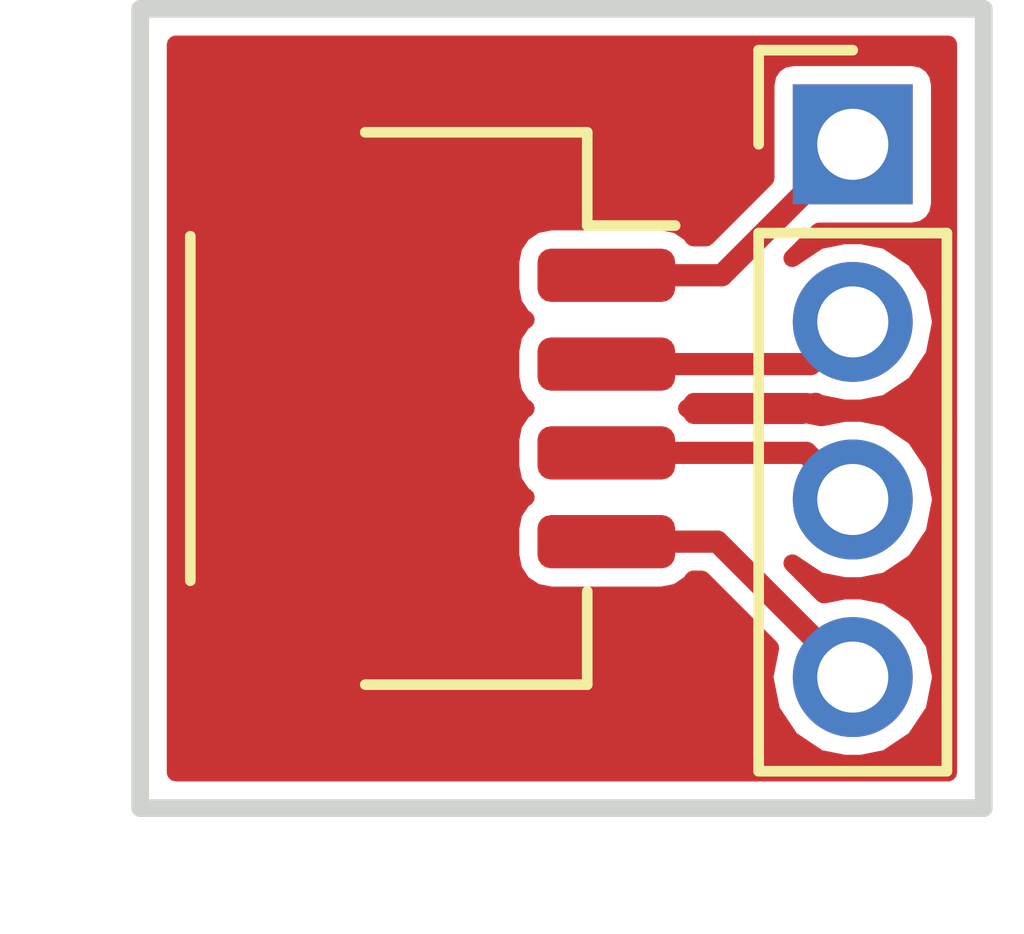
<source format=kicad_pcb>
(kicad_pcb (version 20171130) (host pcbnew 5.0.2-bee76a0~70~ubuntu18.04.1)

  (general
    (thickness 1.6)
    (drawings 4)
    (tracks 8)
    (zones 0)
    (modules 2)
    (nets 6)
  )

  (page A4)
  (layers
    (0 F.Cu signal)
    (31 B.Cu signal)
    (32 B.Adhes user)
    (33 F.Adhes user)
    (34 B.Paste user)
    (35 F.Paste user)
    (36 B.SilkS user)
    (37 F.SilkS user)
    (38 B.Mask user)
    (39 F.Mask user)
    (40 Dwgs.User user)
    (41 Cmts.User user)
    (42 Eco1.User user)
    (43 Eco2.User user)
    (44 Edge.Cuts user)
    (45 Margin user)
    (46 B.CrtYd user)
    (47 F.CrtYd user)
    (48 B.Fab user)
    (49 F.Fab user)
  )

  (setup
    (last_trace_width 0.25)
    (trace_clearance 0.2)
    (zone_clearance 0.2)
    (zone_45_only no)
    (trace_min 0.2)
    (segment_width 0.2)
    (edge_width 0.15)
    (via_size 0.8)
    (via_drill 0.4)
    (via_min_size 0.4)
    (via_min_drill 0.3)
    (uvia_size 0.3)
    (uvia_drill 0.1)
    (uvias_allowed no)
    (uvia_min_size 0.2)
    (uvia_min_drill 0.1)
    (pcb_text_width 0.3)
    (pcb_text_size 1.5 1.5)
    (mod_edge_width 0.15)
    (mod_text_size 1 1)
    (mod_text_width 0.15)
    (pad_size 1.524 1.524)
    (pad_drill 0.762)
    (pad_to_mask_clearance 0.051)
    (solder_mask_min_width 0.25)
    (aux_axis_origin 197.75 121.5)
    (visible_elements FFFFFF7F)
    (pcbplotparams
      (layerselection 0x010fc_ffffffff)
      (usegerberextensions true)
      (usegerberattributes false)
      (usegerberadvancedattributes false)
      (creategerberjobfile false)
      (excludeedgelayer true)
      (linewidth 0.100000)
      (plotframeref false)
      (viasonmask false)
      (mode 1)
      (useauxorigin true)
      (hpglpennumber 1)
      (hpglpenspeed 20)
      (hpglpendiameter 15.000000)
      (psnegative false)
      (psa4output false)
      (plotreference false)
      (plotvalue false)
      (plotinvisibletext false)
      (padsonsilk false)
      (subtractmaskfromsilk false)
      (outputformat 1)
      (mirror false)
      (drillshape 0)
      (scaleselection 1)
      (outputdirectory "gerbers/"))
  )

  (net 0 "")
  (net 1 "Net-(J1-Pad1)")
  (net 2 "Net-(J1-Pad2)")
  (net 3 "Net-(J1-Pad3)")
  (net 4 "Net-(J1-Pad4)")
  (net 5 "Net-(J2-PadMP)")

  (net_class Default "This is the default net class."
    (clearance 0.2)
    (trace_width 0.25)
    (via_dia 0.8)
    (via_drill 0.4)
    (uvia_dia 0.3)
    (uvia_drill 0.1)
    (add_net "Net-(J1-Pad1)")
    (add_net "Net-(J1-Pad2)")
    (add_net "Net-(J1-Pad3)")
    (add_net "Net-(J1-Pad4)")
    (add_net "Net-(J2-PadMP)")
  )

  (module Connector_JST:JST_SH_SM04B-SRSS-TB_1x04-1MP_P1.00mm_Horizontal (layer F.Cu) (tedit 5E6519C5) (tstamp 5E730CEA)
    (at 191.5 126 270)
    (descr "JST SH series connector, SM04B-SRSS-TB (http://www.jst-mfg.com/product/pdf/eng/eSH.pdf), generated with kicad-footprint-generator")
    (tags "connector JST SH top entry")
    (path /5E6519A3)
    (attr smd)
    (fp_text reference J2 (at 0 -3.98 270) (layer F.SilkS) hide
      (effects (font (size 1 1) (thickness 0.15)))
    )
    (fp_text value JST (at 0 3.98 270) (layer F.Fab)
      (effects (font (size 1 1) (thickness 0.15)))
    )
    (fp_line (start -3 -1.675) (end 3 -1.675) (layer F.Fab) (width 0.1))
    (fp_line (start -3.11 0.715) (end -3.11 -1.785) (layer F.SilkS) (width 0.12))
    (fp_line (start -3.11 -1.785) (end -2.06 -1.785) (layer F.SilkS) (width 0.12))
    (fp_line (start -2.06 -1.785) (end -2.06 -2.775) (layer F.SilkS) (width 0.12))
    (fp_line (start 3.11 0.715) (end 3.11 -1.785) (layer F.SilkS) (width 0.12))
    (fp_line (start 3.11 -1.785) (end 2.06 -1.785) (layer F.SilkS) (width 0.12))
    (fp_line (start -1.94 2.685) (end 1.94 2.685) (layer F.SilkS) (width 0.12))
    (fp_line (start -3 2.575) (end 3 2.575) (layer F.Fab) (width 0.1))
    (fp_line (start -3 -1.675) (end -3 2.575) (layer F.Fab) (width 0.1))
    (fp_line (start 3 -1.675) (end 3 2.575) (layer F.Fab) (width 0.1))
    (fp_line (start -3.9 -3.28) (end -3.9 3.28) (layer F.CrtYd) (width 0.05))
    (fp_line (start -3.9 3.28) (end 3.9 3.28) (layer F.CrtYd) (width 0.05))
    (fp_line (start 3.9 3.28) (end 3.9 -3.28) (layer F.CrtYd) (width 0.05))
    (fp_line (start 3.9 -3.28) (end -3.9 -3.28) (layer F.CrtYd) (width 0.05))
    (fp_line (start -2 -1.675) (end -1.5 -0.967893) (layer F.Fab) (width 0.1))
    (fp_line (start -1.5 -0.967893) (end -1 -1.675) (layer F.Fab) (width 0.1))
    (fp_text user %R (at 0 0 270) (layer F.Fab)
      (effects (font (size 1 1) (thickness 0.15)))
    )
    (pad 1 smd roundrect (at -1.5 -2 270) (size 0.6 1.55) (layers F.Cu F.Paste F.Mask) (roundrect_rratio 0.25)
      (net 1 "Net-(J1-Pad1)"))
    (pad 2 smd roundrect (at -0.5 -2 270) (size 0.6 1.55) (layers F.Cu F.Paste F.Mask) (roundrect_rratio 0.25)
      (net 2 "Net-(J1-Pad2)"))
    (pad 3 smd roundrect (at 0.5 -2 270) (size 0.6 1.55) (layers F.Cu F.Paste F.Mask) (roundrect_rratio 0.25)
      (net 3 "Net-(J1-Pad3)"))
    (pad 4 smd roundrect (at 1.5 -2 270) (size 0.6 1.55) (layers F.Cu F.Paste F.Mask) (roundrect_rratio 0.25)
      (net 4 "Net-(J1-Pad4)"))
    (pad MP smd roundrect (at -2.8 1.875 270) (size 1.2 1.8) (layers F.Cu F.Paste F.Mask) (roundrect_rratio 0.208333)
      (net 5 "Net-(J2-PadMP)"))
    (pad MP smd roundrect (at 2.8 1.875 270) (size 1.2 1.8) (layers F.Cu F.Paste F.Mask) (roundrect_rratio 0.208333)
      (net 5 "Net-(J2-PadMP)"))
    (model ${KISYS3DMOD}/Connector_JST.3dshapes/JST_SH_SM04B-SRSS-TB_1x04-1MP_P1.00mm_Horizontal.wrl
      (at (xyz 0 0 0))
      (scale (xyz 1 1 1))
      (rotate (xyz 0 0 0))
    )
  )

  (module Connector_PinHeader_2.00mm:PinHeader_1x04_P2.00mm_Vertical (layer F.Cu) (tedit 5E6519BF) (tstamp 5E730CCF)
    (at 196.275001 123.025001)
    (descr "Through hole straight pin header, 1x04, 2.00mm pitch, single row")
    (tags "Through hole pin header THT 1x04 2.00mm single row")
    (path /5E651AF8)
    (fp_text reference J1 (at 0 -2.06) (layer F.SilkS) hide
      (effects (font (size 1 1) (thickness 0.15)))
    )
    (fp_text value 2mm (at 0 8.06) (layer F.Fab)
      (effects (font (size 1 1) (thickness 0.15)))
    )
    (fp_line (start -0.5 -1) (end 1 -1) (layer F.Fab) (width 0.1))
    (fp_line (start 1 -1) (end 1 7) (layer F.Fab) (width 0.1))
    (fp_line (start 1 7) (end -1 7) (layer F.Fab) (width 0.1))
    (fp_line (start -1 7) (end -1 -0.5) (layer F.Fab) (width 0.1))
    (fp_line (start -1 -0.5) (end -0.5 -1) (layer F.Fab) (width 0.1))
    (fp_line (start -1.06 7.06) (end 1.06 7.06) (layer F.SilkS) (width 0.12))
    (fp_line (start -1.06 1) (end -1.06 7.06) (layer F.SilkS) (width 0.12))
    (fp_line (start 1.06 1) (end 1.06 7.06) (layer F.SilkS) (width 0.12))
    (fp_line (start -1.06 1) (end 1.06 1) (layer F.SilkS) (width 0.12))
    (fp_line (start -1.06 0) (end -1.06 -1.06) (layer F.SilkS) (width 0.12))
    (fp_line (start -1.06 -1.06) (end 0 -1.06) (layer F.SilkS) (width 0.12))
    (fp_line (start -1.5 -1.5) (end -1.5 7.5) (layer F.CrtYd) (width 0.05))
    (fp_line (start -1.5 7.5) (end 1.5 7.5) (layer F.CrtYd) (width 0.05))
    (fp_line (start 1.5 7.5) (end 1.5 -1.5) (layer F.CrtYd) (width 0.05))
    (fp_line (start 1.5 -1.5) (end -1.5 -1.5) (layer F.CrtYd) (width 0.05))
    (fp_text user %R (at 0 3 90) (layer F.Fab)
      (effects (font (size 1 1) (thickness 0.15)))
    )
    (pad 1 thru_hole rect (at 0 0) (size 1.35 1.35) (drill 0.8) (layers *.Cu *.Mask)
      (net 1 "Net-(J1-Pad1)"))
    (pad 2 thru_hole oval (at 0 2) (size 1.35 1.35) (drill 0.8) (layers *.Cu *.Mask)
      (net 2 "Net-(J1-Pad2)"))
    (pad 3 thru_hole oval (at 0 4) (size 1.35 1.35) (drill 0.8) (layers *.Cu *.Mask)
      (net 3 "Net-(J1-Pad3)"))
    (pad 4 thru_hole oval (at 0 6) (size 1.35 1.35) (drill 0.8) (layers *.Cu *.Mask)
      (net 4 "Net-(J1-Pad4)"))
    (model ${KISYS3DMOD}/Connector_PinHeader_2.00mm.3dshapes/PinHeader_1x04_P2.00mm_Vertical.wrl
      (at (xyz 0 0 0))
      (scale (xyz 1 1 1))
      (rotate (xyz 0 0 0))
    )
  )

  (gr_line (start 188.25 130.5) (end 188.25 121.5) (layer Edge.Cuts) (width 0.2))
  (gr_line (start 197.75 130.5) (end 188.25 130.5) (layer Edge.Cuts) (width 0.2))
  (gr_line (start 197.75 121.5) (end 197.75 130.5) (layer Edge.Cuts) (width 0.2))
  (gr_line (start 188.25 121.5) (end 197.75 121.5) (layer Edge.Cuts) (width 0.2))

  (segment (start 194.800002 124.5) (end 196.275001 123.025001) (width 0.25) (layer F.Cu) (net 1))
  (segment (start 193.5 124.5) (end 194.800002 124.5) (width 0.25) (layer F.Cu) (net 1))
  (segment (start 195.800002 125.5) (end 196.275001 125.025001) (width 0.25) (layer F.Cu) (net 2))
  (segment (start 193.5 125.5) (end 195.800002 125.5) (width 0.25) (layer F.Cu) (net 2))
  (segment (start 195.75 126.5) (end 196.275001 127.025001) (width 0.25) (layer F.Cu) (net 3))
  (segment (start 193.5 126.5) (end 195.75 126.5) (width 0.25) (layer F.Cu) (net 3))
  (segment (start 193.5 127.5) (end 194.75 127.5) (width 0.25) (layer F.Cu) (net 4))
  (segment (start 194.75 127.5) (end 196.275001 129.025001) (width 0.25) (layer F.Cu) (net 4))

  (zone (net 5) (net_name "Net-(J2-PadMP)") (layer F.Cu) (tstamp 5E730E50) (hatch edge 0.508)
    (connect_pads yes (clearance 0.2))
    (min_thickness 0.2)
    (fill yes (arc_segments 16) (thermal_gap 0.2) (thermal_bridge_width 0.21))
    (polygon
      (pts
        (xy 188.25 121.5) (xy 197.75 121.5) (xy 197.75 130.5) (xy 188.25 130.5)
      )
    )
    (filled_polygon
      (pts
        (xy 197.350001 130.1) (xy 188.65 130.1) (xy 188.65 124.35) (xy 192.419123 124.35) (xy 192.419123 124.65)
        (xy 192.453825 124.824457) (xy 192.552646 124.972354) (xy 192.594021 125) (xy 192.552646 125.027646) (xy 192.453825 125.175543)
        (xy 192.419123 125.35) (xy 192.419123 125.65) (xy 192.453825 125.824457) (xy 192.552646 125.972354) (xy 192.594021 126)
        (xy 192.552646 126.027646) (xy 192.453825 126.175543) (xy 192.419123 126.35) (xy 192.419123 126.65) (xy 192.453825 126.824457)
        (xy 192.552646 126.972354) (xy 192.594021 127) (xy 192.552646 127.027646) (xy 192.453825 127.175543) (xy 192.419123 127.35)
        (xy 192.419123 127.65) (xy 192.453825 127.824457) (xy 192.552646 127.972354) (xy 192.700543 128.071175) (xy 192.875 128.105877)
        (xy 194.125 128.105877) (xy 194.299457 128.071175) (xy 194.447354 127.972354) (xy 194.478995 127.925) (xy 194.57396 127.925)
        (xy 195.346113 128.697153) (xy 195.2809 129.025001) (xy 195.356571 129.405427) (xy 195.572065 129.727937) (xy 195.894575 129.943431)
        (xy 196.178973 130.000001) (xy 196.371029 130.000001) (xy 196.655427 129.943431) (xy 196.977937 129.727937) (xy 197.193431 129.405427)
        (xy 197.269102 129.025001) (xy 197.193431 128.644575) (xy 196.977937 128.322065) (xy 196.655427 128.106571) (xy 196.371029 128.050001)
        (xy 196.178973 128.050001) (xy 195.947153 128.096113) (xy 195.592897 127.741856) (xy 195.894575 127.943431) (xy 196.178973 128.000001)
        (xy 196.371029 128.000001) (xy 196.655427 127.943431) (xy 196.977937 127.727937) (xy 197.193431 127.405427) (xy 197.269102 127.025001)
        (xy 197.193431 126.644575) (xy 196.977937 126.322065) (xy 196.655427 126.106571) (xy 196.371029 126.050001) (xy 196.178973 126.050001)
        (xy 195.918923 126.101728) (xy 195.915827 126.099659) (xy 195.791858 126.075) (xy 195.791857 126.075) (xy 195.75 126.066674)
        (xy 195.708143 126.075) (xy 194.478995 126.075) (xy 194.447354 126.027646) (xy 194.405979 126) (xy 194.447354 125.972354)
        (xy 194.478995 125.925) (xy 195.758145 125.925) (xy 195.800002 125.933326) (xy 195.841859 125.925) (xy 195.84186 125.925)
        (xy 195.861226 125.921148) (xy 195.894575 125.943431) (xy 196.178973 126.000001) (xy 196.371029 126.000001) (xy 196.655427 125.943431)
        (xy 196.977937 125.727937) (xy 197.193431 125.405427) (xy 197.269102 125.025001) (xy 197.193431 124.644575) (xy 196.977937 124.322065)
        (xy 196.655427 124.106571) (xy 196.371029 124.050001) (xy 196.178973 124.050001) (xy 195.894575 124.106571) (xy 195.592896 124.308146)
        (xy 195.895165 124.005878) (xy 196.950001 124.005878) (xy 197.067055 123.982594) (xy 197.166289 123.916289) (xy 197.232594 123.817055)
        (xy 197.255878 123.700001) (xy 197.255878 122.350001) (xy 197.232594 122.232947) (xy 197.166289 122.133713) (xy 197.067055 122.067408)
        (xy 196.950001 122.044124) (xy 195.600001 122.044124) (xy 195.482947 122.067408) (xy 195.383713 122.133713) (xy 195.317408 122.232947)
        (xy 195.294124 122.350001) (xy 195.294124 123.404837) (xy 194.623962 124.075) (xy 194.478995 124.075) (xy 194.447354 124.027646)
        (xy 194.299457 123.928825) (xy 194.125 123.894123) (xy 192.875 123.894123) (xy 192.700543 123.928825) (xy 192.552646 124.027646)
        (xy 192.453825 124.175543) (xy 192.419123 124.35) (xy 188.65 124.35) (xy 188.65 121.9) (xy 197.35 121.9)
      )
    )
  )
)

</source>
